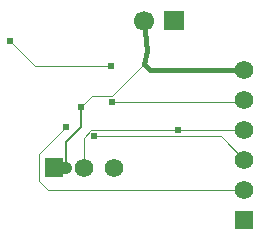
<source format=gbl>
G04 Layer: BottomLayer*
G04 EasyEDA v6.4.25, 2021-10-20T20:18:06+03:00*
G04 dcba5cd40900447394ce88492ccb6976,3ac546bf038a4e40b039f7879bd882b5,10*
G04 Gerber Generator version 0.2*
G04 Scale: 100 percent, Rotated: No, Reflected: No *
G04 Dimensions in millimeters *
G04 leading zeros omitted , absolute positions ,4 integer and 5 decimal *
%FSLAX45Y45*%
%MOMM*%

%ADD11C,0.1000*%
%ADD14C,0.4000*%
%ADD16C,0.6100*%
%ADD28C,1.7000*%
%ADD29C,1.5748*%
%ADD30R,1.5748X1.5748*%
%ADD31C,0.1500*%
%ADD32C,1.0000*%

%LPD*%
D11*
X2794000Y5753100D02*
G01*
X2591460Y5955639D01*
X1519377Y5955639D01*
X1435100Y5689600D02*
G01*
X1435100Y5943600D01*
X1498600Y6007100D01*
X2235200Y6007100D01*
X2794000Y6007100D02*
G01*
X2235200Y6007100D01*
X1943100Y6569735D02*
G01*
X1671345Y6297980D01*
X1502282Y6297980D01*
X1409700Y6205397D01*
X1660017Y6546850D02*
G01*
X1023315Y6546850D01*
X807212Y6762953D01*
X1670532Y6247053D02*
G01*
X2779953Y6247053D01*
X2794000Y6261100D01*
D14*
X2794000Y6515100D02*
G01*
X1997735Y6515100D01*
X1943100Y6569735D01*
X1943100Y6934200D02*
G01*
X1968500Y6680200D01*
X1943100Y6569710D01*
D11*
X1283893Y6029731D02*
G01*
X1056436Y5802274D01*
X1056436Y5577230D01*
X1134567Y5499100D01*
X2794000Y5499100D01*
D31*
X1280261Y5689600D02*
G01*
X1280261Y5906896D01*
X1409700Y6036335D01*
X1409700Y6205397D01*
D32*
X1181100Y5689600D02*
G01*
X1280261Y5689600D01*
G36*
X2282098Y7012939D02*
G01*
X2112098Y7012939D01*
X2112098Y6855460D01*
X2282098Y6855460D01*
G37*
D28*
G01*
X1943100Y6934200D03*
D29*
G01*
X1689100Y5689600D03*
G01*
X1435100Y5689600D03*
G36*
X1102360Y5768339D02*
G01*
X1259839Y5768339D01*
X1259839Y5610860D01*
X1102360Y5610860D01*
G37*
G01*
X2794000Y6515100D03*
G01*
X2794000Y6261100D03*
G01*
X2794000Y6007100D03*
G01*
X2794000Y5753100D03*
G01*
X2794000Y5499100D03*
D30*
G01*
X2794000Y5245100D03*
D16*
G01*
X1283893Y6029731D03*
G01*
X1519377Y5955639D03*
G01*
X2235200Y6007100D03*
G01*
X1409700Y6205397D03*
G01*
X807212Y6762953D03*
G01*
X1660017Y6546850D03*
G01*
X1670532Y6247053D03*
M02*

</source>
